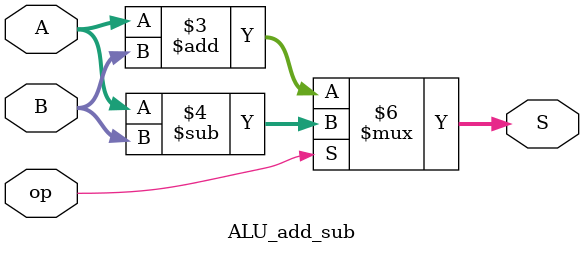
<source format=sv>
module ALU_add_sub(
	input [3:0] A,			//輸入
	input [3:0] B,
	input op, 				//控制+-
	output logic [3:0] S //輸出
);

always_comb
begin
	if(op == 0)    //op = 0，為加法
		S = A + B;  //op = 1，為剪法
	else 
		S = A - B;
end
endmodule
</source>
